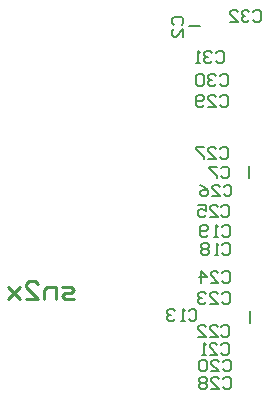
<source format=gbr>
%TF.GenerationSoftware,Altium Limited,Altium Designer,22.10.1 (41)*%
G04 Layer_Color=32896*
%FSLAX45Y45*%
%MOMM*%
%TF.SameCoordinates,8149DA90-88D9-4985-9A7D-E7F2AEE67DA1*%
%TF.FilePolarity,Positive*%
%TF.FileFunction,Legend,Bot*%
%TF.Part,Single*%
G01*
G75*
%TA.AperFunction,NonConductor*%
%ADD57C,0.20320*%
%ADD58C,0.15300*%
%ADD59C,0.25400*%
D57*
X3301740Y3831024D02*
X3398260D01*
X3821024Y1321745D02*
Y1418265D01*
X3809022Y2551745D02*
Y2648265D01*
D58*
X3564145Y3230823D02*
X3580806Y3247484D01*
X3614129D01*
X3630790Y3230823D01*
Y3164178D01*
X3614129Y3147516D01*
X3580806D01*
X3564145Y3164178D01*
X3464177Y3147516D02*
X3530823D01*
X3464177Y3214161D01*
Y3230823D01*
X3480839Y3247484D01*
X3514161D01*
X3530823Y3230823D01*
X3430855Y3164178D02*
X3414193Y3147516D01*
X3380871D01*
X3364210Y3164178D01*
Y3230823D01*
X3380871Y3247484D01*
X3414193D01*
X3430855Y3230823D01*
Y3214161D01*
X3414193Y3197500D01*
X3364210D01*
X3529984Y3603322D02*
X3546645Y3619984D01*
X3579967D01*
X3596629Y3603322D01*
Y3536677D01*
X3579967Y3520016D01*
X3546645D01*
X3529984Y3536677D01*
X3496661Y3603322D02*
X3480000Y3619984D01*
X3446677D01*
X3430016Y3603322D01*
Y3586661D01*
X3446677Y3570000D01*
X3463339D01*
X3446677D01*
X3430016Y3553339D01*
Y3536677D01*
X3446677Y3520016D01*
X3480000D01*
X3496661Y3536677D01*
X3396693Y3520016D02*
X3363371D01*
X3380032D01*
Y3619984D01*
X3396693Y3603322D01*
X3171677Y3844161D02*
X3155016Y3860822D01*
Y3894145D01*
X3171677Y3910806D01*
X3238322D01*
X3254984Y3894145D01*
Y3860822D01*
X3238322Y3844161D01*
X3254984Y3744193D02*
Y3810838D01*
X3188339Y3744193D01*
X3171677D01*
X3155016Y3760855D01*
Y3794177D01*
X3171677Y3810838D01*
X3298315Y1418323D02*
X3314976Y1434984D01*
X3348298D01*
X3364960Y1418323D01*
Y1351678D01*
X3348298Y1335016D01*
X3314976D01*
X3298315Y1351678D01*
X3264992Y1335016D02*
X3231669D01*
X3248331D01*
Y1434984D01*
X3264992Y1418323D01*
X3181686D02*
X3165024Y1434984D01*
X3131702D01*
X3115041Y1418323D01*
Y1401661D01*
X3131702Y1385000D01*
X3148363D01*
X3131702D01*
X3115041Y1368339D01*
Y1351678D01*
X3131702Y1335016D01*
X3165024D01*
X3181686Y1351678D01*
X3571661Y2628322D02*
X3588323Y2644984D01*
X3621645D01*
X3638306Y2628322D01*
Y2561677D01*
X3621645Y2545016D01*
X3588323D01*
X3571661Y2561677D01*
X3538339Y2644984D02*
X3471694D01*
Y2628322D01*
X3538339Y2561677D01*
Y2545016D01*
X3584645Y1977249D02*
X3601306Y1993910D01*
X3634629D01*
X3651290Y1977249D01*
Y1910604D01*
X3634629Y1893943D01*
X3601306D01*
X3584645Y1910604D01*
X3551323Y1893943D02*
X3518000D01*
X3534661D01*
Y1993910D01*
X3551323Y1977249D01*
X3468016D02*
X3451355Y1993910D01*
X3418032D01*
X3401371Y1977249D01*
Y1960588D01*
X3418032Y1943927D01*
X3401371Y1927265D01*
Y1910604D01*
X3418032Y1893943D01*
X3451355D01*
X3468016Y1910604D01*
Y1927265D01*
X3451355Y1943927D01*
X3468016Y1960588D01*
Y1977249D01*
X3451355Y1943927D02*
X3418032D01*
X3586645Y848322D02*
X3603306Y864984D01*
X3636629D01*
X3653290Y848322D01*
Y781677D01*
X3636629Y765016D01*
X3603306D01*
X3586645Y781677D01*
X3486678Y765016D02*
X3553323D01*
X3486678Y831661D01*
Y848322D01*
X3503339Y864984D01*
X3536661D01*
X3553323Y848322D01*
X3453355D02*
X3436693Y864984D01*
X3403371D01*
X3386710Y848322D01*
Y831661D01*
X3403371Y815000D01*
X3386710Y798339D01*
Y781677D01*
X3403371Y765016D01*
X3436693D01*
X3453355Y781677D01*
Y798339D01*
X3436693Y815000D01*
X3453355Y831661D01*
Y848322D01*
X3436693Y815000D02*
X3403371D01*
X3846645Y3955822D02*
X3863306Y3972484D01*
X3896629D01*
X3913290Y3955822D01*
Y3889177D01*
X3896629Y3872516D01*
X3863306D01*
X3846645Y3889177D01*
X3813323Y3955822D02*
X3796661Y3972484D01*
X3763339D01*
X3746678Y3955822D01*
Y3939161D01*
X3763339Y3922500D01*
X3780000D01*
X3763339D01*
X3746678Y3905839D01*
Y3889177D01*
X3763339Y3872516D01*
X3796661D01*
X3813323Y3889177D01*
X3646710Y3872516D02*
X3713355D01*
X3646710Y3939161D01*
Y3955822D01*
X3663371Y3972484D01*
X3696693D01*
X3713355Y3955822D01*
X3561813Y3413491D02*
X3578474Y3430152D01*
X3611797D01*
X3628458Y3413491D01*
Y3346845D01*
X3611797Y3330184D01*
X3578474D01*
X3561813Y3346845D01*
X3528491Y3413491D02*
X3511829Y3430152D01*
X3478507D01*
X3461846Y3413491D01*
Y3396829D01*
X3478507Y3380168D01*
X3495168D01*
X3478507D01*
X3461846Y3363507D01*
Y3346845D01*
X3478507Y3330184D01*
X3511829D01*
X3528491Y3346845D01*
X3428523Y3413491D02*
X3411861Y3430152D01*
X3378539D01*
X3361878Y3413491D01*
Y3346845D01*
X3378539Y3330184D01*
X3411861D01*
X3428523Y3346845D01*
Y3413491D01*
X3561645Y2795822D02*
X3578307Y2812484D01*
X3611629D01*
X3628290Y2795822D01*
Y2729177D01*
X3611629Y2712516D01*
X3578307D01*
X3561645Y2729177D01*
X3461678Y2712516D02*
X3528323D01*
X3461678Y2779161D01*
Y2795822D01*
X3478339Y2812484D01*
X3511661D01*
X3528323Y2795822D01*
X3428355Y2812484D02*
X3361710D01*
Y2795822D01*
X3428355Y2729177D01*
Y2712516D01*
X3594645Y2475822D02*
X3611306Y2492483D01*
X3644629D01*
X3661290Y2475822D01*
Y2409177D01*
X3644629Y2392516D01*
X3611306D01*
X3594645Y2409177D01*
X3494678Y2392516D02*
X3561323D01*
X3494678Y2459161D01*
Y2475822D01*
X3511339Y2492483D01*
X3544661D01*
X3561323Y2475822D01*
X3394710Y2492483D02*
X3428032Y2475822D01*
X3461355Y2442500D01*
Y2409177D01*
X3444693Y2392516D01*
X3411371D01*
X3394710Y2409177D01*
Y2425838D01*
X3411371Y2442500D01*
X3461355D01*
X3576645Y2303323D02*
X3593307Y2319984D01*
X3626629D01*
X3643290Y2303323D01*
Y2236678D01*
X3626629Y2220016D01*
X3593307D01*
X3576645Y2236678D01*
X3476678Y2220016D02*
X3543323D01*
X3476678Y2286661D01*
Y2303323D01*
X3493339Y2319984D01*
X3526661D01*
X3543323Y2303323D01*
X3376710Y2319984D02*
X3443355D01*
Y2270000D01*
X3410032Y2286661D01*
X3393371D01*
X3376710Y2270000D01*
Y2236678D01*
X3393371Y2220016D01*
X3426693D01*
X3443355Y2236678D01*
X3584145Y1743322D02*
X3600806Y1759984D01*
X3634129D01*
X3650790Y1743322D01*
Y1676677D01*
X3634129Y1660016D01*
X3600806D01*
X3584145Y1676677D01*
X3484177Y1660016D02*
X3550822D01*
X3484177Y1726661D01*
Y1743322D01*
X3500839Y1759984D01*
X3534161D01*
X3550822Y1743322D01*
X3400871Y1660016D02*
Y1759984D01*
X3450855Y1710000D01*
X3384210D01*
X3579145Y1568322D02*
X3595806Y1584984D01*
X3629129D01*
X3645790Y1568322D01*
Y1501677D01*
X3629129Y1485016D01*
X3595806D01*
X3579145Y1501677D01*
X3479177Y1485016D02*
X3545822D01*
X3479177Y1551661D01*
Y1568322D01*
X3495839Y1584984D01*
X3529161D01*
X3545822Y1568322D01*
X3445855D02*
X3429193Y1584984D01*
X3395871D01*
X3379210Y1568322D01*
Y1551661D01*
X3395871Y1535000D01*
X3412532D01*
X3395871D01*
X3379210Y1518339D01*
Y1501677D01*
X3395871Y1485016D01*
X3429193D01*
X3445855Y1501677D01*
X3576645Y1283323D02*
X3593307Y1299984D01*
X3626629D01*
X3643290Y1283323D01*
Y1216678D01*
X3626629Y1200016D01*
X3593307D01*
X3576645Y1216678D01*
X3476678Y1200016D02*
X3543323D01*
X3476678Y1266661D01*
Y1283323D01*
X3493339Y1299984D01*
X3526661D01*
X3543323Y1283323D01*
X3376710Y1200016D02*
X3443355D01*
X3376710Y1266661D01*
Y1283323D01*
X3393371Y1299984D01*
X3426693D01*
X3443355Y1283323D01*
X3575484Y1135822D02*
X3592145Y1152483D01*
X3625467D01*
X3642129Y1135822D01*
Y1069177D01*
X3625467Y1052516D01*
X3592145D01*
X3575484Y1069177D01*
X3475516Y1052516D02*
X3542161D01*
X3475516Y1119161D01*
Y1135822D01*
X3492177Y1152483D01*
X3525500D01*
X3542161Y1135822D01*
X3442193Y1052516D02*
X3408871D01*
X3425532D01*
Y1152483D01*
X3442193Y1135822D01*
X3586645Y993323D02*
X3603306Y1009984D01*
X3636629D01*
X3653290Y993323D01*
Y926678D01*
X3636629Y910016D01*
X3603306D01*
X3586645Y926678D01*
X3486678Y910016D02*
X3553323D01*
X3486678Y976661D01*
Y993323D01*
X3503339Y1009984D01*
X3536661D01*
X3553323Y993323D01*
X3453355D02*
X3436693Y1009984D01*
X3403371D01*
X3386710Y993323D01*
Y926678D01*
X3403371Y910016D01*
X3436693D01*
X3453355Y926678D01*
Y993323D01*
X3578315Y2133323D02*
X3594976Y2149984D01*
X3628298D01*
X3644960Y2133323D01*
Y2066678D01*
X3628298Y2050016D01*
X3594976D01*
X3578315Y2066678D01*
X3544992Y2050016D02*
X3511669D01*
X3528331D01*
Y2149984D01*
X3544992Y2133323D01*
X3461685Y2066678D02*
X3445024Y2050016D01*
X3411702D01*
X3395040Y2066678D01*
Y2133323D01*
X3411702Y2149984D01*
X3445024D01*
X3461685Y2133323D01*
Y2116661D01*
X3445024Y2100000D01*
X3395040D01*
D59*
X2327100Y1522900D02*
X2250925D01*
X2225533Y1548292D01*
X2250925Y1573683D01*
X2301708D01*
X2327100Y1599075D01*
X2301708Y1624467D01*
X2225533D01*
X2174749Y1522900D02*
Y1624467D01*
X2098574D01*
X2073182Y1599075D01*
Y1522900D01*
X1920831D02*
X2022399D01*
X1920831Y1624467D01*
Y1649859D01*
X1946223Y1675251D01*
X1997007D01*
X2022399Y1649859D01*
X1870048Y1624467D02*
X1768481Y1522900D01*
X1819264Y1573683D01*
X1768481Y1624467D01*
X1870048Y1522900D01*
%TF.MD5,9e7c07b191771bbb1114dfef97839713*%
M02*

</source>
